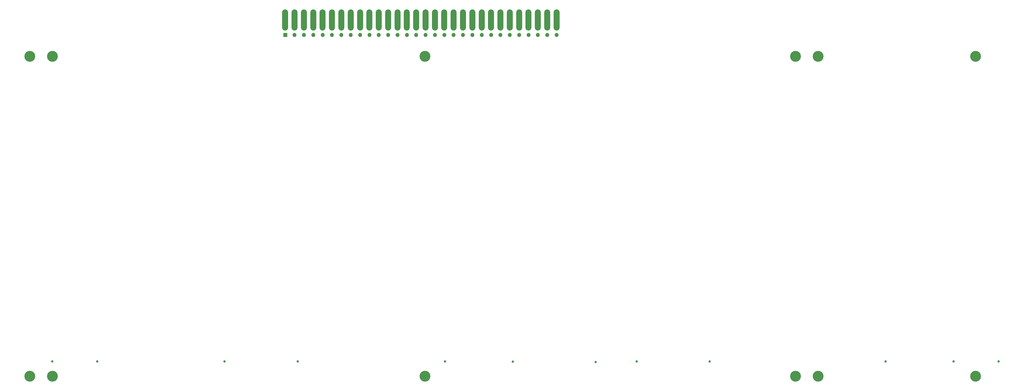
<source format=gbr>
%TF.GenerationSoftware,KiCad,Pcbnew,(6.99.0-2452-gdb4f2d9dd8)*%
%TF.CreationDate,2022-09-13T16:14:10+02:00*%
%TF.ProjectId,BEAMal_Rev1,4245414d-616c-45f5-9265-76312e6b6963,rev?*%
%TF.SameCoordinates,PXe1237f8PYe7db780*%
%TF.FileFunction,Soldermask,Bot*%
%TF.FilePolarity,Negative*%
%FSLAX46Y46*%
G04 Gerber Fmt 4.6, Leading zero omitted, Abs format (unit mm)*
G04 Created by KiCad (PCBNEW (6.99.0-2452-gdb4f2d9dd8)) date 2022-09-13 16:14:10*
%MOMM*%
%LPD*%
G01*
G04 APERTURE LIST*
%ADD10C,1.000000*%
%ADD11C,4.600000*%
%ADD12O,2.500000X8.970000*%
%ADD13O,1.700000X1.700000*%
%ADD14R,1.700000X1.700000*%
G04 APERTURE END LIST*
D10*
%TO.C,COL_7_TP15*%
X324200000Y-263700000D03*
%TD*%
D11*
%TO.C,H5*%
X418400000Y-134100000D03*
%TD*%
%TO.C,H10*%
X408800000Y-134100000D03*
%TD*%
D10*
%TO.C,COL_4_TP12*%
X198170000Y-263400000D03*
%TD*%
D11*
%TO.C,H3*%
X94400000Y-134100000D03*
%TD*%
%TO.C,H7*%
X84800000Y-269700000D03*
%TD*%
D12*
%TO.C,J2*%
X307699999Y-118699999D03*
X303739999Y-118699999D03*
X299779999Y-118699999D03*
X295819999Y-118699999D03*
X291859999Y-118699999D03*
X287899999Y-118699999D03*
X283939999Y-118699999D03*
X279979999Y-118699999D03*
X276019999Y-118699999D03*
X272059999Y-118699999D03*
X268099999Y-118699999D03*
X264139999Y-118699999D03*
X260179999Y-118699999D03*
X256219999Y-118699999D03*
X252259999Y-118699999D03*
X248299999Y-118699999D03*
X244339999Y-118699999D03*
X240379999Y-118699999D03*
X236419999Y-118699999D03*
X232459999Y-118699999D03*
X228499999Y-118699999D03*
X224539999Y-118699999D03*
X220579999Y-118699999D03*
X216619999Y-118699999D03*
X212659999Y-118699999D03*
X208699999Y-118699999D03*
X204739999Y-118699999D03*
X200779999Y-118699999D03*
X196819999Y-118699999D03*
X192859999Y-118699999D03*
%TD*%
D11*
%TO.C,H1*%
X252000000Y-134100000D03*
%TD*%
%TO.C,H12*%
X84800000Y-134100000D03*
%TD*%
D10*
%TO.C,COL_8_TP16*%
X341570000Y-263400000D03*
%TD*%
D11*
%TO.C,H6*%
X418400000Y-269700000D03*
%TD*%
D10*
%TO.C,COL_A_TP18*%
X446920000Y-263400000D03*
%TD*%
%TO.C,COL_9_TP17*%
X372526250Y-263400000D03*
%TD*%
D11*
%TO.C,H9*%
X485000000Y-269700000D03*
%TD*%
D10*
%TO.C,COL_B_TP19*%
X475670000Y-263400000D03*
%TD*%
D11*
%TO.C,H11*%
X94400000Y-269700000D03*
%TD*%
D10*
%TO.C,COL_6_TP14*%
X289200000Y-263500000D03*
%TD*%
D11*
%TO.C,H8*%
X485000000Y-134100000D03*
%TD*%
D10*
%TO.C,COL_5_TP13*%
X260520000Y-263400000D03*
%TD*%
%TO.C,COL_1_TP9*%
X94320000Y-263400000D03*
%TD*%
D11*
%TO.C,H4*%
X408800000Y-269700000D03*
%TD*%
D10*
%TO.C,COL_C_TP20*%
X494720000Y-263400000D03*
%TD*%
%TO.C,COL_3_TP11*%
X167213750Y-263400000D03*
%TD*%
D11*
%TO.C,H2*%
X252000000Y-269700000D03*
%TD*%
D13*
%TO.C,J1*%
X307719999Y-125099999D03*
X303759999Y-125099999D03*
X299799999Y-125099999D03*
X295839999Y-125099999D03*
X291879999Y-125099999D03*
X287919999Y-125099999D03*
X283959999Y-125099999D03*
X279999999Y-125099999D03*
X276039999Y-125099999D03*
X272079999Y-125099999D03*
X268119999Y-125099999D03*
X264159999Y-125099999D03*
X260199999Y-125099999D03*
X256239999Y-125099999D03*
X252279999Y-125099999D03*
X248319999Y-125099999D03*
X244359999Y-125099999D03*
X240399999Y-125099999D03*
X236439999Y-125099999D03*
X232479999Y-125099999D03*
X228519999Y-125099999D03*
X224559999Y-125099999D03*
X220599999Y-125099999D03*
X216639999Y-125099999D03*
X212679999Y-125099999D03*
X208719999Y-125099999D03*
X204759999Y-125099999D03*
X200799999Y-125099999D03*
X196839999Y-125099999D03*
D14*
X192879999Y-125099999D03*
%TD*%
D10*
%TO.C,COL_2_TP10*%
X113370000Y-263400000D03*
%TD*%
M02*

</source>
